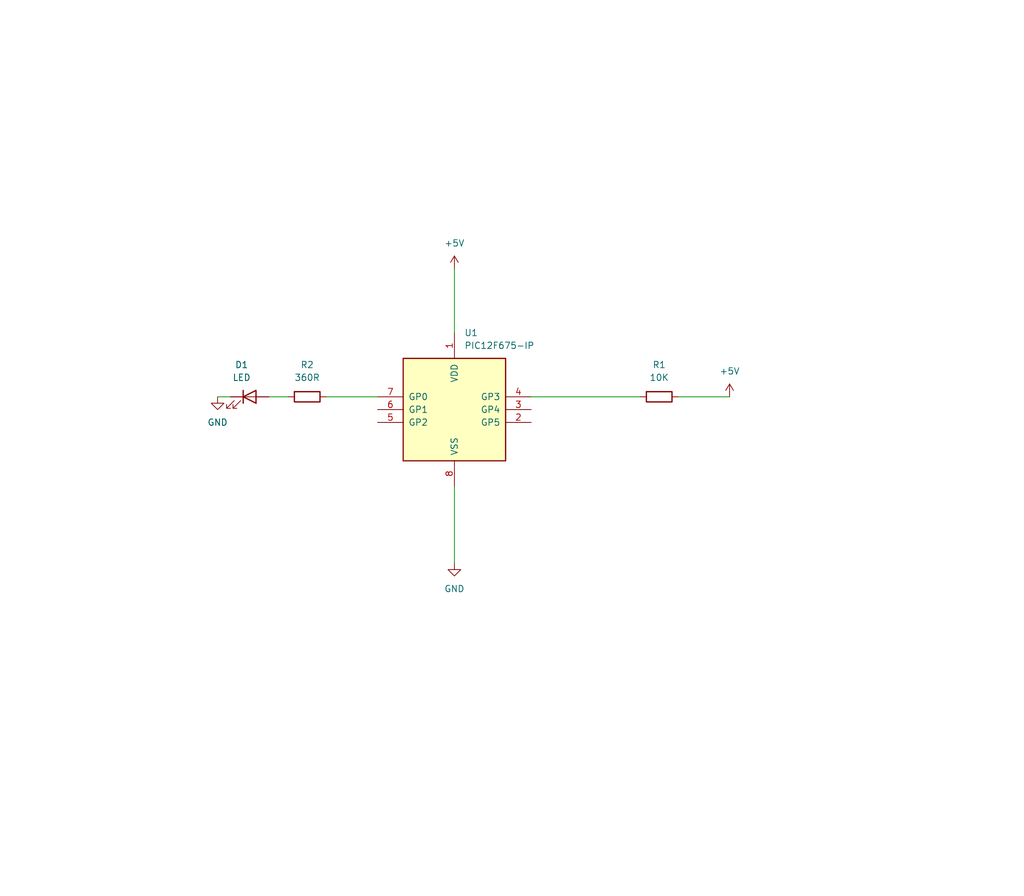
<source format=kicad_sch>
(kicad_sch (version 20230121) (generator eeschema)
  (paper "User" 203.2 177.8)
  (title_block (title "PIC16F628A for Beginners - 1") (company "Ricardo Lima Caratti") (comment 1 "A minimalist project to blink an LED using the PIC12F675. "))
  (lib_symbols
    (symbol "Device:LED" (pin_numbers hide) (pin_names (offset 1.016) hide)
      (property "Reference" "D" (at 0 2.54 0))
      (property "Value" "LED" (at 0 -2.54 0))
      (symbol "LED_0_1"
        (polyline (pts (xy -1.27 -1.27) (xy -1.27 1.27)) (stroke (width 0.254)))
        (polyline (pts (xy -1.27 0) (xy 1.27 0)))
        (polyline (pts (xy 1.27 -1.27) (xy 1.27 1.27) (xy -1.27 0) (xy 1.27 -1.27)) (stroke (width 0.254)))
        (polyline (pts (xy -3.048 -0.762) (xy -4.572 -2.286) (xy -3.81 -2.286) (xy -4.572 -2.286) (xy -4.572 -1.524)))
        (polyline (pts (xy -1.778 -0.762) (xy -3.302 -2.286) (xy -2.54 -2.286) (xy -3.302 -2.286) (xy -3.302 -1.524)))
      )
      (symbol "LED_1_1"
        (pin passive line (at -3.81 0 0) (length 2.54) (name "K") (number "1"))
        (pin passive line (at 3.81 0 180) (length 2.54) (name "A") (number "2"))
      )
    )
    (symbol "Device:R" (pin_numbers hide) (pin_names (offset 0))
      (property "Reference" "R" (at 2.032 0 90))
      (property "Value" "R" (at 0 0 90))
      (symbol "R_0_1"
        (rectangle (start -1.016 -2.54) (end 1.016 2.54) (stroke (width 0.254)))
      )
      (symbol "R_1_1"
        (pin passive line (at 0 3.81 270) (length 1.27) (name "~") (number "1"))
        (pin passive line (at 0 -3.81 90) (length 1.27) (name "~") (number "2"))
      )
    )
    (symbol "MCU_Microchip_PIC12:PIC12F675-IP" (pin_names (offset 1.016))
      (property "Reference" "U" (at 1.27 13.97 0))
      (property "Value" "PIC12F675-IP" (at 1.27 11.43 0))
      (symbol "PIC12F675-IP_0_1"
        (rectangle (start 10.16 -10.16) (end -10.16 10.16) (stroke (width 0.254)) (fill (type background)))
      )
      (symbol "PIC12F675-IP_1_1"
        (pin power_in line (at 0 15.24 270) (length 5.08) (name "VDD") (number "1"))
        (pin bidirectional line (at 15.24 -2.54 180) (length 5.08) (name "GP5") (number "2"))
        (pin bidirectional line (at 15.24 0 180) (length 5.08) (name "GP4") (number "3"))
        (pin input line (at 15.24 2.54 180) (length 5.08) (name "GP3") (number "4"))
        (pin bidirectional line (at -15.24 -2.54 0) (length 5.08) (name "GP2") (number "5"))
        (pin bidirectional line (at -15.24 0 0) (length 5.08) (name "GP1") (number "6"))
        (pin bidirectional line (at -15.24 2.54 0) (length 5.08) (name "GP0") (number "7"))
        (pin power_in line (at 0 -15.24 90) (length 5.08) (name "VSS") (number "8"))
      )
    )
    (symbol "power:+5V" (power) (pin_names (offset 0))
      (property "Value" "+5V" (at 0 3.556 0))
      (symbol "+5V_0_1"
        (polyline (pts (xy -0.762 1.27) (xy 0 2.54)))
        (polyline (pts (xy 0 0) (xy 0 2.54)))
        (polyline (pts (xy 0 2.54) (xy 0.762 1.27)))
      )
      (symbol "+5V_1_1"
        (pin power_in line (at 0 0 90) (length 0) hide (name "+5V") (number "1"))
      )
    )
    (symbol "power:GND" (power) (pin_names (offset 0))
      (property "Value" "GND" (at 0 -3.81 0))
      (symbol "GND_0_1"
        (polyline (pts (xy 0 0) (xy 0 -1.27) (xy 1.27 -1.27) (xy 0 -2.54) (xy -1.27 -1.27) (xy 0 -1.27)))
      )
      (symbol "GND_1_1"
        (pin power_in line (at 0 0 270) (length 0) hide (name "GND") (number "1"))
      )
    )
  )
  (wire (pts (xy 53.34 78.74) (xy 57.15 78.74)))
  (wire (pts (xy 105.41 78.74) (xy 127 78.74)))
  (wire (pts (xy 45.72 78.74) (xy 43.18 78.74)))
  (wire (pts (xy 90.17 96.52) (xy 90.17 111.76)))
  (wire (pts (xy 64.77 78.74) (xy 74.93 78.74)))
  (wire (pts (xy 134.62 78.74) (xy 144.78 78.74)))
  (wire (pts (xy 90.17 53.34) (xy 90.17 66.04)))
  (symbol (lib_id "power:+5V") (at 90.17 53.34 0) (unit 1)
    (property "Reference" "#PWR01" (effects hide))
    (property "Value" "+5V" (at 90.17 48.26 0))
  )
  (symbol (lib_id "MCU_Microchip_PIC12:PIC12F675-IP") (at 90.17 81.28 0) (unit 1)
    (property "Reference" "U1" (at 92.1259 66.04 0) (effects (justify left)))
    (property "Value" "PIC12F675-IP" (at 92.1259 68.58 0) (effects (justify left)))
    (property "Footprint" "Package_DIP:DIP-8_W7.62mm" (effects hide))
    (property "Datasheet" "http://ww1.microchip.com/downloads/en/DeviceDoc/41190G.pdf" (effects hide))
  )
  (symbol (lib_id "Device:R") (at 130.81 78.74 90) (unit 1)
    (property "Reference" "R1" (at 130.81 72.39 90))
    (property "Value" "10K" (at 130.81 74.93 90))
  )
  (symbol (lib_id "power:+5V") (at 144.78 78.74 0) (unit 1)
    (property "Reference" "#PWR04" (effects hide))
    (property "Value" "+5V" (at 144.78 73.66 0))
  )
  (symbol (lib_id "Device:R") (at 60.96 78.74 90) (unit 1)
    (property "Reference" "R2" (at 60.96 72.39 90))
    (property "Value" "360R" (at 60.96 74.93 90))
  )
  (symbol (lib_id "power:GND") (at 43.18 78.74 0) (unit 1)
    (property "Reference" "#PWR05" (effects hide))
    (property "Value" "GND" (at 43.18 83.82 0))
  )
  (symbol (lib_id "Device:LED") (at 49.53 78.74 0) (unit 1)
    (property "Reference" "D1" (at 47.9425 72.39 0))
    (property "Value" "LED" (at 47.9425 74.93 0))
  )
  (symbol (lib_id "power:GND") (at 90.17 111.76 0) (unit 1)
    (property "Reference" "#PWR02" (effects hide))
    (property "Value" "GND" (at 90.17 116.84 0))
  )
)
</source>
